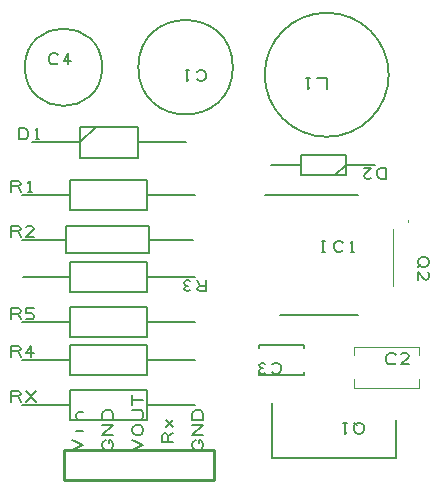
<source format=gbr>
G04 DesignSpark PCB Gerber Version 10.0 Build 5299*
%FSLAX35Y35*%
%MOIN*%
%ADD76C,0.00394*%
%ADD10C,0.00500*%
%ADD13C,0.00787*%
%ADD12C,0.01000*%
X0Y0D02*
D02*
D10*
X5600Y34037D02*
Y37787D01*
X7787D01*
X8413Y37475D01*
X8725Y36850D01*
X8413Y36225D01*
X7787Y35913D01*
X5600D01*
X7787D02*
X8725Y34037D01*
X10600D02*
X13725Y37787D01*
X10600D02*
X13725Y34037D01*
X5600Y49037D02*
Y52787D01*
X7787D01*
X8413Y52475D01*
X8725Y51850D01*
X8413Y51225D01*
X7787Y50913D01*
X5600D01*
X7787D02*
X8725Y49037D01*
X12163D02*
Y52787D01*
X10600Y50287D01*
X13100D01*
X5600Y61537D02*
Y65287D01*
X7787D01*
X8413Y64975D01*
X8725Y64350D01*
X8413Y63725D01*
X7787Y63413D01*
X5600D01*
X7787D02*
X8725Y61537D01*
X10600Y61850D02*
X11225Y61537D01*
X12163D01*
X12787Y61850D01*
X13100Y62475D01*
Y62787D01*
X12787Y63413D01*
X12163Y63725D01*
X10600D01*
Y65287D01*
X13100D01*
X5600Y89037D02*
Y92787D01*
X7787D01*
X8413Y92475D01*
X8725Y91850D01*
X8413Y91225D01*
X7787Y90913D01*
X5600D01*
X7787D02*
X8725Y89037D01*
X13100D02*
X10600D01*
X12787Y91225D01*
X13100Y91850D01*
X12787Y92475D01*
X12163Y92787D01*
X11225D01*
X10600Y92475D01*
X5600Y104037D02*
Y107787D01*
X7787D01*
X8413Y107475D01*
X8725Y106850D01*
X8413Y106225D01*
X7787Y105913D01*
X5600D01*
X7787D02*
X8725Y104037D01*
X11225D02*
X12475D01*
X11850D02*
Y107787D01*
X11225Y107163D01*
X8100Y121537D02*
Y125287D01*
X9975D01*
X10600Y124975D01*
X10913Y124663D01*
X11225Y124037D01*
Y122787D01*
X10913Y122163D01*
X10600Y121850D01*
X9975Y121537D01*
X8100D01*
X13725D02*
X14975D01*
X14350D02*
Y125287D01*
X13725Y124663D01*
X21225Y147163D02*
X20913Y146850D01*
X20287Y146537D01*
X19350D01*
X18725Y146850D01*
X18413Y147163D01*
X18100Y147787D01*
Y149037D01*
X18413Y149663D01*
X18725Y149975D01*
X19350Y150287D01*
X20287D01*
X20913Y149975D01*
X21225Y149663D01*
X24663Y146537D02*
Y150287D01*
X23100Y147787D01*
X25600D01*
X25913Y18100D02*
X29663Y19663D01*
X25913Y21225D01*
X29663Y24350D02*
X27163D01*
X26225D02*
X29663Y28100D02*
X27163D01*
X28100D02*
X27475Y28413D01*
X27163Y29037D01*
Y29663D01*
X27475Y30287D01*
X28100Y30600D01*
X29663D01*
X38100Y20287D02*
Y21225D01*
X38413D01*
X39037Y20913D01*
X39350Y20600D01*
X39663Y19975D01*
Y19350D01*
X39350Y18725D01*
X39037Y18413D01*
X38413Y18100D01*
X37163D01*
X36537Y18413D01*
X36225Y18725D01*
X35913Y19350D01*
Y19975D01*
X36225Y20600D01*
X36537Y20913D01*
X37163Y21225D01*
X39663Y23100D02*
X35913D01*
X39663Y26225D01*
X35913D01*
X39663Y28100D02*
X35913D01*
Y29975D01*
X36225Y30600D01*
X36537Y30913D01*
X37163Y31225D01*
X38413D01*
X39037Y30913D01*
X39350Y30600D01*
X39663Y29975D01*
Y28100D01*
X45913Y18100D02*
X49663Y19663D01*
X45913Y21225D01*
X48413Y23100D02*
X47163D01*
X46537Y23413D01*
X46225Y23725D01*
X45913Y24350D01*
Y24975D01*
X46225Y25600D01*
X46537Y25913D01*
X47163Y26225D01*
X48413D01*
X49037Y25913D01*
X49350Y25600D01*
X49663Y24975D01*
Y24350D01*
X49350Y23725D01*
X49037Y23413D01*
X48413Y23100D01*
X45913Y28100D02*
X48725D01*
X49350Y28413D01*
X49663Y29037D01*
Y30287D01*
X49350Y30913D01*
X48725Y31225D01*
X45913D01*
X49663Y34663D02*
X45913D01*
Y33100D02*
Y36225D01*
X59663Y20600D02*
X55913D01*
Y22787D01*
X56225Y23413D01*
X56850Y23725D01*
X57475Y23413D01*
X57787Y22787D01*
Y20600D01*
Y22787D02*
X59663Y23725D01*
Y25600D02*
X57163Y28100D01*
X59663D02*
X57163Y25600D01*
X68100Y20287D02*
Y21225D01*
X68413D01*
X69037Y20913D01*
X69350Y20600D01*
X69663Y19975D01*
Y19350D01*
X69350Y18725D01*
X69037Y18413D01*
X68413Y18100D01*
X67163D01*
X66537Y18413D01*
X66225Y18725D01*
X65913Y19350D01*
Y19975D01*
X66225Y20600D01*
X66537Y20913D01*
X67163Y21225D01*
X69663Y23100D02*
X65913D01*
X69663Y26225D01*
X65913D01*
X69663Y28100D02*
X65913D01*
Y29975D01*
X66225Y30600D01*
X66537Y30913D01*
X67163Y31225D01*
X68413D01*
X69037Y30913D01*
X69350Y30600D01*
X69663Y29975D01*
Y28100D01*
X70600Y74663D02*
Y70913D01*
X68413D01*
X67787Y71225D01*
X67475Y71850D01*
X67787Y72475D01*
X68413Y72787D01*
X70600D01*
X68413D02*
X67475Y74663D01*
X65287Y74350D02*
X64663Y74663D01*
X64037D01*
X63413Y74350D01*
X63100Y73725D01*
X63413Y73100D01*
X64037Y72787D01*
X64663D01*
X64037D02*
X63413Y72475D01*
X63100Y71850D01*
X63413Y71225D01*
X64037Y70913D01*
X64663D01*
X65287Y71225D01*
X67475Y144037D02*
X67787Y144350D01*
X68413Y144663D01*
X69350D01*
X69975Y144350D01*
X70287Y144037D01*
X70600Y143413D01*
Y142163D01*
X70287Y141537D01*
X69975Y141225D01*
X69350Y140913D01*
X68413D01*
X67787Y141225D01*
X67475Y141537D01*
X64975Y144663D02*
X63725D01*
X64350D02*
Y140913D01*
X64975Y141537D01*
X92475Y46537D02*
X92787Y46850D01*
X93413Y47163D01*
X94350D01*
X94975Y46850D01*
X95287Y46537D01*
X95600Y45913D01*
Y44663D01*
X95287Y44037D01*
X94975Y43725D01*
X94350Y43413D01*
X93413D01*
X92787Y43725D01*
X92475Y44037D01*
X90287Y46850D02*
X89663Y47163D01*
X89037D01*
X88413Y46850D01*
X88100Y46225D01*
X88413Y45600D01*
X89037Y45287D01*
X89663D01*
X89037D02*
X88413Y44975D01*
X88100Y44350D01*
X88413Y43725D01*
X89037Y43413D01*
X89663D01*
X90287Y43725D01*
X109037Y84037D02*
X110287D01*
X109663D02*
Y87787D01*
X109037D02*
X110287D01*
X116225Y84663D02*
X115913Y84350D01*
X115287Y84037D01*
X114350D01*
X113725Y84350D01*
X113413Y84663D01*
X113100Y85287D01*
Y86537D01*
X113413Y87163D01*
X113725Y87475D01*
X114350Y87787D01*
X115287D01*
X115913Y87475D01*
X116225Y87163D01*
X118725Y84037D02*
X119975D01*
X119350D02*
Y87787D01*
X118725Y87163D01*
X110757Y138413D02*
Y142163D01*
X107632D01*
X105132D02*
X103882D01*
X104507D02*
Y138413D01*
X105132Y139037D01*
X123100Y25913D02*
Y24663D01*
X122787Y24037D01*
X122475Y23725D01*
X121850Y23413D01*
X121225D01*
X120600Y23725D01*
X120287Y24037D01*
X119975Y24663D01*
Y25913D01*
X120287Y26537D01*
X120600Y26850D01*
X121225Y27163D01*
X121850D01*
X122475Y26850D01*
X122787Y26537D01*
X123100Y25913D01*
X120913Y26225D02*
X119975Y27163D01*
X117475D02*
X116225D01*
X116850D02*
Y23413D01*
X117475Y24037D01*
X133725Y47163D02*
X133413Y46850D01*
X132787Y46537D01*
X131850D01*
X131225Y46850D01*
X130913Y47163D01*
X130600Y47787D01*
Y49037D01*
X130913Y49663D01*
X131225Y49975D01*
X131850Y50287D01*
X132787D01*
X133413Y49975D01*
X133725Y49663D01*
X138100Y46537D02*
X135600D01*
X137787Y48725D01*
X138100Y49350D01*
X137787Y49975D01*
X137163Y50287D01*
X136225D01*
X135600Y49975D01*
X130600Y112163D02*
Y108413D01*
X128725D01*
X128100Y108725D01*
X127787Y109037D01*
X127475Y109663D01*
Y110913D01*
X127787Y111537D01*
X128100Y111850D01*
X128725Y112163D01*
X130600D01*
X123100D02*
X125600D01*
X123413Y109975D01*
X123100Y109350D01*
X123413Y108725D01*
X124037Y108413D01*
X124975D01*
X125600Y108725D01*
X142409Y82194D02*
X143659D01*
X144285Y81882D01*
X144597Y81569D01*
X144909Y80944D01*
Y80319D01*
X144597Y79694D01*
X144285Y79382D01*
X143659Y79069D01*
X142409D01*
X141785Y79382D01*
X141472Y79694D01*
X141159Y80319D01*
Y80944D01*
X141472Y81569D01*
X141785Y81882D01*
X142409Y82194D01*
X142097Y80007D02*
X141159Y79069D01*
Y74694D02*
Y77194D01*
X143347Y75007D01*
X143972Y74694D01*
X144597Y75007D01*
X144909Y75632D01*
Y76569D01*
X144597Y77194D01*
D02*
D12*
X23100Y8100D02*
X73100D01*
Y18100D01*
X23100D01*
Y8100D01*
D02*
D13*
X9340Y33100D02*
X25285D01*
X9340Y48100D02*
X25285D01*
X9340Y60600D02*
X25285D01*
X9340Y88100D02*
X23710D01*
X9340Y103100D02*
X25285D01*
X23710Y92628D02*
X51663D01*
Y83572D01*
X23710D01*
Y92628D01*
X25285Y38021D02*
X50876D01*
Y28179D01*
X25285D01*
Y38021D01*
Y53021D02*
X50876D01*
Y43179D01*
X25285D01*
Y53021D01*
Y65521D02*
X50876D01*
Y55679D01*
X25285D01*
Y65521D01*
Y108021D02*
X50876D01*
Y98179D01*
X25285D01*
Y108021D01*
X25324Y75600D02*
X9380D01*
X28572Y125718D02*
X47864D01*
Y115482D01*
X28572D01*
Y125718D01*
X33691D02*
X28572Y120600D01*
X12580D01*
X35915Y145600D02*
G75*
G02*
X10128I-12894J0D01*
G01*
X35915D02*
G75*
G02*
X10128I-12894J0D01*
G01*
G75*
G02*
X35915I12894J0D01*
G01*
X47864Y120600D02*
X63856D01*
X47962Y145600D02*
G75*
G02*
X79458I15748J0D01*
G01*
X47962D02*
G75*
G02*
X79458I15748J0D01*
G01*
G75*
G02*
X47962I-15748J0D01*
G01*
X50876Y33100D02*
X66820D01*
X50876Y48100D02*
X66820D01*
X50876Y60600D02*
X66820D01*
X50876Y103100D02*
X66820D01*
X50915Y70679D02*
X25324D01*
Y80521D01*
X50915D01*
Y70679D01*
X51663Y88100D02*
X66033D01*
X66860Y75600D02*
X50915D01*
X90246Y103100D02*
X121092D01*
X92391Y33710D02*
Y15403D01*
X133809D01*
Y28100D01*
X95108Y63100D02*
X121092D01*
X102049Y113100D02*
X92116D01*
X103100Y44163D02*
Y43100D01*
X88100D01*
Y44163D01*
X103100Y52037D02*
Y53100D01*
X88100D01*
Y52037D01*
X110757Y122431D02*
Y163769D02*
G75*
G03*
Y122431I0J-20669D01*
G01*
Y163769D02*
G75*
G02*
Y122431I0J-20669D01*
G01*
X113639Y109714D02*
X117025Y113100D01*
X126958D01*
X117025Y109714D02*
X102049D01*
Y116486D01*
X117025D01*
Y109714D01*
X138100Y94006D02*
G75*
G03*
Y94399I0J197D01*
G01*
Y94006D02*
G75*
G02*
Y94399I0J197D01*
G01*
Y94006D02*
Y94399D02*
G75*
G02*
Y94006I0J-197D01*
G01*
D02*
D76*
X119773Y41663D02*
Y38710D01*
X141427D01*
Y41663D01*
X119773Y49537D02*
Y52490D01*
X141427D01*
Y49537D01*
X132844Y72694D02*
Y91694D01*
Y72694D02*
Y91694D01*
X0Y0D02*
M02*

</source>
